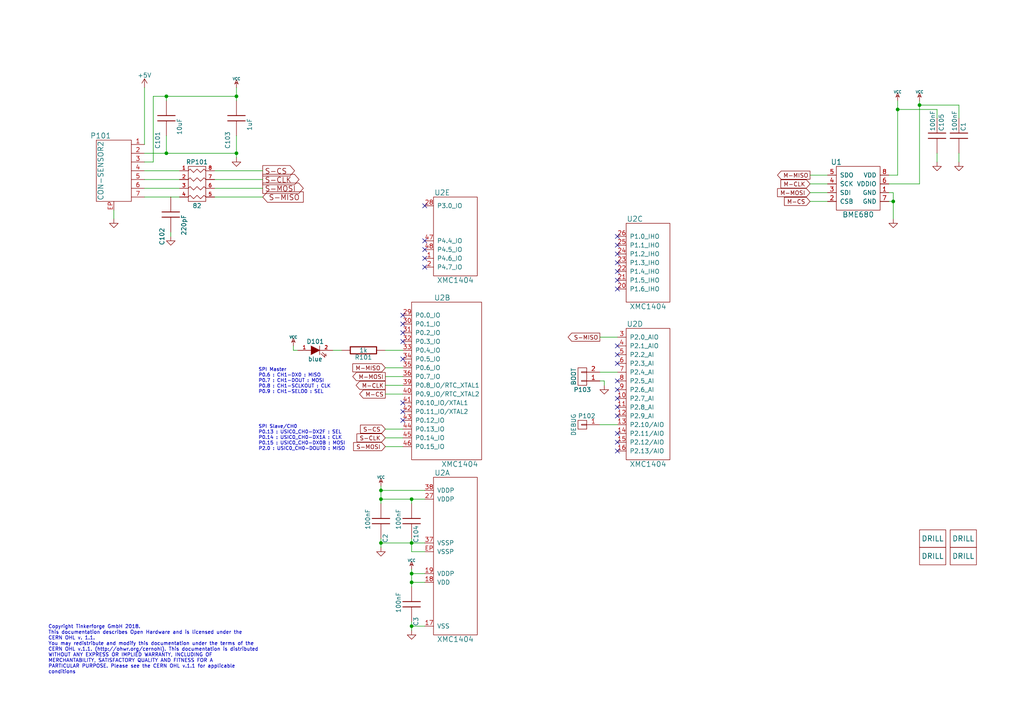
<source format=kicad_sch>
(kicad_sch (version 20230121) (generator eeschema)
  (paper "A4")
  (title_block (title "VOC Bricklet") (date "2018-01-08") (rev "1.0") (company "Tinkerforge GmbH") (comment 1 "Licensed under CERN OHL v.1.1") (comment 2 "Copyright (©) 2017, L.Lauer <lukas@tinkerforge.com>"))
  (lib_symbols
    (symbol "tinkerforge:+5V" (power) (pin_names (offset 0))
      (property "Value" "+5V" (at 0 3.556 0))
      (symbol "+5V_0_1"
        (polyline (pts (xy -0.762 1.27) (xy 0 2.54)))
        (polyline (pts (xy 0 0) (xy 0 2.54)))
        (polyline (pts (xy 0 2.54) (xy 0.762 1.27)))
      )
      (symbol "+5V_1_1"
        (pin power_in line (at 0 0 90) (length 0) hide (name "+5V") (number "1"))
      )
    )
    (symbol "tinkerforge:BME680" (pin_names (offset 1.016))
      (property "Reference" "U" (at -6.35 7.62 0))
      (property "Value" "BME680" (at 0 -7.62 0))
      (symbol "BME680_0_1"
        (rectangle (start -6.35 6.35) (end 6.35 -6.35))
      )
      (symbol "BME680_1_1"
        (pin passive line (at 8.89 -1.27 180) (length 2.54) (name "GND") (number "1"))
        (pin passive line (at -8.89 -3.81 0) (length 2.54) (name "CSB") (number "2"))
        (pin passive line (at -8.89 -1.27 0) (length 2.54) (name "SDI") (number "3"))
        (pin passive line (at -8.89 1.27 0) (length 2.54) (name "SCK") (number "4"))
        (pin passive line (at -8.89 3.81 0) (length 2.54) (name "SDO") (number "5"))
        (pin passive line (at 8.89 1.27 180) (length 2.54) (name "VDDIO") (number "6"))
        (pin passive line (at 8.89 -3.81 180) (length 2.54) (name "GND") (number "7"))
        (pin passive line (at 8.89 3.81 180) (length 2.54) (name "VDD") (number "8"))
      )
    )
    (symbol "tinkerforge:C" (pin_numbers hide) (pin_names (offset 0.254))
      (property "Reference" "C" (at 1.27 2.54 0))
      (property "Value" "C" (at 1.27 -2.54 0))
      (symbol "C_0_1"
        (polyline (pts (xy -2.54 -0.762) (xy 2.54 -0.762)) (stroke (width 0.254)))
        (polyline (pts (xy -2.54 0.762) (xy 2.54 0.762)) (stroke (width 0.254)))
      )
      (symbol "C_1_1"
        (pin passive line (at 0 5.08 270) (length 4.318) (name "~") (number "1"))
        (pin passive line (at 0 -5.08 90) (length 4.318) (name "~") (number "2"))
      )
    )
    (symbol "tinkerforge:CON-SENSOR2" (pin_names (offset 1.016))
      (property "Reference" "P" (at -3.81 10.16 0))
      (property "Value" "CON-SENSOR2" (at 3.81 0 90))
      (symbol "CON-SENSOR2_0_1"
        (rectangle (start -5.08 8.89) (end 5.08 -8.89))
      )
      (symbol "CON-SENSOR2_1_1"
        (pin passive line (at -8.89 7.62 0) (length 3.81) (name "~") (number "1"))
        (pin passive line (at -8.89 5.08 0) (length 3.81) (name "~") (number "2"))
        (pin passive line (at -8.89 2.54 0) (length 3.81) (name "~") (number "3"))
        (pin passive line (at -8.89 0 0) (length 3.81) (name "~") (number "4"))
        (pin passive line (at -8.89 -2.54 0) (length 3.81) (name "~") (number "5"))
        (pin passive line (at -8.89 -5.08 0) (length 3.81) (name "~") (number "6"))
        (pin passive line (at -8.89 -7.62 0) (length 3.81) (name "~") (number "7"))
        (pin passive line (at 0 -11.43 90) (length 2.54) (name "~") (number "EP"))
      )
    )
    (symbol "tinkerforge:CONN_01X01" (pin_names (offset 1.016) hide)
      (property "Reference" "P" (at 0 2.54 0))
      (property "Value" "CONN_01X01" (at 2.54 0 90))
      (symbol "CONN_01X01_0_1"
        (rectangle (start -1.27 0.127) (end 0.254 -0.127))
        (rectangle (start -1.27 1.27) (end 1.27 -1.27))
      )
      (symbol "CONN_01X01_1_1"
        (pin passive line (at -5.08 0 0) (length 3.81) (name "P1") (number "1"))
      )
    )
    (symbol "tinkerforge:CONN_01X02" (pin_names (offset 1.016) hide)
      (property "Reference" "P" (at 0 3.81 0))
      (property "Value" "CONN_01X02" (at 2.54 0 90))
      (symbol "CONN_01X02_0_1"
        (rectangle (start -1.27 -1.143) (end 0.254 -1.397))
        (rectangle (start -1.27 1.397) (end 0.254 1.143))
        (rectangle (start -1.27 2.54) (end 1.27 -2.54))
      )
      (symbol "CONN_01X02_1_1"
        (pin passive line (at -5.08 1.27 0) (length 3.81) (name "P1") (number "1"))
        (pin passive line (at -5.08 -1.27 0) (length 3.81) (name "P2") (number "2"))
      )
    )
    (symbol "tinkerforge:DRILL" (pin_numbers hide) (pin_names (offset 0) hide)
      (property "Value" "DRILL" (at 0 0 0))
      (symbol "DRILL_0_1"
        (rectangle (start -3.81 2.54) (end 3.81 -2.54))
      )
    )
    (symbol "tinkerforge:GND" (power) (pin_names (offset 0))
      (property "Value" "GND" (at 0 -5.08 0))
      (symbol "GND_0_1"
        (polyline (pts (xy 0 0) (xy 0 -1.27) (xy 1.27 -1.27) (xy 0 -2.54) (xy -1.27 -1.27) (xy 0 -1.27)))
      )
      (symbol "GND_1_1"
        (pin power_in line (at 0 0 270) (length 0) hide (name "GND") (number "1"))
      )
    )
    (symbol "tinkerforge:LED" (pin_names (offset 1.016) hide)
      (property "Reference" "D" (at 0 2.54 0))
      (property "Value" "LED" (at 0 -2.54 0))
      (symbol "LED_0_1"
        (polyline (pts (xy 1.27 1.27) (xy 1.27 -1.27)))
        (polyline (pts (xy -1.27 1.27) (xy 1.27 0) (xy -1.27 -1.27)) (fill (type outline)))
        (polyline (pts (xy 1.651 -1.016) (xy 2.794 -2.032) (xy 2.667 -1.397)))
        (polyline (pts (xy 2.032 -0.635) (xy 3.175 -1.651) (xy 3.048 -1.016)))
      )
      (symbol "LED_1_1"
        (pin passive line (at -5.08 0 0) (length 3.81) (name "A") (number "1"))
        (pin passive line (at 5.08 0 180) (length 3.81) (name "K") (number "2"))
      )
    )
    (symbol "tinkerforge:R" (pin_numbers hide) (pin_names (offset 0))
      (property "Reference" "R" (at 2.032 0 90))
      (property "Value" "R" (at 0 0 90))
      (symbol "R_0_1"
        (rectangle (start -1.016 3.81) (end 1.016 -3.81) (stroke (width 0.3048)))
      )
      (symbol "R_1_1"
        (pin passive line (at 0 6.35 270) (length 2.54) (name "~") (number "1"))
        (pin passive line (at 0 -6.35 90) (length 2.54) (name "~") (number "2"))
      )
    )
    (symbol "tinkerforge:R_PACK4" (pin_names hide)
      (property "Reference" "RP" (at 0 11.43 0))
      (property "Value" "R_PACK4" (at 0 -1.27 0))
      (symbol "R_PACK4_0_1"
        (polyline (pts (xy -2.54 10.16) (xy -2.54 0) (xy 2.54 0) (xy 2.54 10.16) (xy -2.54 10.16)))
        (polyline (pts (xy -2.54 1.27) (xy -2.032 1.778) (xy -1.016 0.762) (xy 0 1.778) (xy 1.016 0.762) (xy 2.032 1.778) (xy 2.54 1.27)))
        (polyline (pts (xy -2.54 3.81) (xy -2.032 4.318) (xy -1.016 3.302) (xy 0 4.318) (xy 1.016 3.302) (xy 2.032 4.318) (xy 2.54 3.81)))
        (polyline (pts (xy -2.54 6.35) (xy -2.032 6.858) (xy -1.016 5.842) (xy 0 6.858) (xy 1.016 5.842) (xy 2.032 6.858) (xy 2.54 6.35)))
        (polyline (pts (xy -2.54 8.89) (xy -2.032 9.398) (xy -1.016 8.382) (xy 0 9.398) (xy 1.016 8.382) (xy 2.032 9.398) (xy 2.54 8.89)))
      )
      (symbol "R_PACK4_1_1"
        (pin passive line (at -5.08 8.89 0) (length 2.54) (name "P1") (number "1"))
        (pin passive line (at -5.08 6.35 0) (length 2.54) (name "P2") (number "2"))
        (pin passive line (at -5.08 3.81 0) (length 2.54) (name "P3") (number "3"))
        (pin passive line (at -5.08 1.27 0) (length 2.54) (name "P4") (number "4"))
        (pin passive line (at 5.08 1.27 180) (length 2.54) (name "R4") (number "5"))
        (pin passive line (at 5.08 3.81 180) (length 2.54) (name "R3") (number "6"))
        (pin passive line (at 5.08 6.35 180) (length 2.54) (name "R2") (number "7"))
        (pin passive line (at 5.08 8.89 180) (length 2.54) (name "R1") (number "8"))
      )
    )
    (symbol "tinkerforge:VCC" (power) (pin_names (offset 0))
      (property "Value" "VCC" (at 0 3.175 0))
      (symbol "VCC_0_0"
        (pin power_in line (at 0 0 90) (length 0) hide (name "VCC") (number "1"))
      )
      (symbol "VCC_0_1"
        (polyline (pts (xy 0 1.524) (xy 0 0)))
        (polyline (pts (xy 0 1.524) (xy 0.508 1.016) (xy 0 2.286) (xy -0.508 1.016) (xy 0 1.524) (xy 0 1.524)))
      )
    )
    (symbol "tinkerforge:XMC1XXX48" (pin_names (offset 1.016))
      (property "Reference" "U" (at -3.81 24.13 0))
      (property "Value" "XMC1XXX48" (at 0 -25.4 0))
      (symbol "XMC1XXX48_1_1"
        (rectangle (start -6.35 22.86) (end 6.35 -22.86))
        (pin passive line (at -8.89 -20.32 0) (length 2.54) (name "VSS") (number "17"))
        (pin passive line (at -8.89 -7.62 0) (length 2.54) (name "VDD") (number "18"))
        (pin passive line (at -8.89 -5.08 0) (length 2.54) (name "VDDP") (number "19"))
        (pin passive line (at -8.89 16.51 0) (length 2.54) (name "VDDP") (number "27"))
        (pin passive line (at -8.89 3.81 0) (length 2.54) (name "VSSP") (number "37"))
        (pin passive line (at -8.89 19.05 0) (length 2.54) (name "VDDP") (number "38"))
        (pin passive line (at -8.89 1.27 0) (length 2.54) (name "VSSP") (number "EP"))
      )
      (symbol "XMC1XXX48_2_1"
        (rectangle (start -6.35 22.86) (end 13.97 -22.86))
        (pin passive line (at -8.89 19.05 0) (length 2.54) (name "P0.0_IO") (number "29"))
        (pin passive line (at -8.89 16.51 0) (length 2.54) (name "P0.1_IO") (number "30"))
        (pin passive line (at -8.89 13.97 0) (length 2.54) (name "P0.2_IO") (number "31"))
        (pin passive line (at -8.89 11.43 0) (length 2.54) (name "P0.3_IO") (number "32"))
        (pin passive line (at -8.89 8.89 0) (length 2.54) (name "P0.4_IO") (number "33"))
        (pin passive line (at -8.89 6.35 0) (length 2.54) (name "P0.5_IO") (number "34"))
        (pin passive line (at -8.89 3.81 0) (length 2.54) (name "P0.6_IO") (number "35"))
        (pin passive line (at -8.89 1.27 0) (length 2.54) (name "P0.7_IO") (number "36"))
        (pin passive line (at -8.89 -1.27 0) (length 2.54) (name "P0.8_IO/RTC_XTAL1") (number "39"))
        (pin passive line (at -8.89 -3.81 0) (length 2.54) (name "P0.9_IO/RTC_XTAL2") (number "40"))
        (pin passive line (at -8.89 -6.35 0) (length 2.54) (name "P0.10_IO/XTAL1") (number "41"))
        (pin passive line (at -8.89 -8.89 0) (length 2.54) (name "P0.11_IO/XTAL2") (number "42"))
        (pin passive line (at -8.89 -11.43 0) (length 2.54) (name "P0.12_IO") (number "43"))
        (pin passive line (at -8.89 -13.97 0) (length 2.54) (name "P0.13_IO") (number "44"))
        (pin passive line (at -8.89 -16.51 0) (length 2.54) (name "P0.14_IO") (number "45"))
        (pin passive line (at -8.89 -19.05 0) (length 2.54) (name "P0.15_IO") (number "46"))
      )
      (symbol "XMC1XXX48_3_1"
        (rectangle (start -6.35 11.43) (end 6.35 -11.43))
        (pin passive line (at -8.89 -7.62 0) (length 2.54) (name "P1.6_IHO") (number "20"))
        (pin passive line (at -8.89 -5.08 0) (length 2.54) (name "P1.5_IHO") (number "21"))
        (pin passive line (at -8.89 -2.54 0) (length 2.54) (name "P1.4_IHO") (number "22"))
        (pin passive line (at -8.89 0 0) (length 2.54) (name "P1.3_IHO") (number "23"))
        (pin passive line (at -8.89 2.54 0) (length 2.54) (name "P1.2_IHO") (number "24"))
        (pin passive line (at -8.89 5.08 0) (length 2.54) (name "P1.1_IHO") (number "25"))
        (pin passive line (at -8.89 7.62 0) (length 2.54) (name "P1.0_IHO") (number "26"))
      )
      (symbol "XMC1XXX48_4_1"
        (rectangle (start -6.35 15.24) (end 6.35 -22.86))
        (pin passive line (at -8.89 -5.08 0) (length 2.54) (name "P2.7_AI") (number "10"))
        (pin passive line (at -8.89 -7.62 0) (length 2.54) (name "P2.8_AI") (number "11"))
        (pin passive line (at -8.89 -10.16 0) (length 2.54) (name "P2.9_AI") (number "12"))
        (pin passive line (at -8.89 -12.7 0) (length 2.54) (name "P2.10/AIO") (number "13"))
        (pin passive line (at -8.89 -15.24 0) (length 2.54) (name "P2.11/AIO") (number "14"))
        (pin passive line (at -8.89 -17.78 0) (length 2.54) (name "P2.12/AIO") (number "15"))
        (pin passive line (at -8.89 -20.32 0) (length 2.54) (name "P2.13/AIO") (number "16"))
        (pin passive line (at -8.89 12.7 0) (length 2.54) (name "P2.0_AIO") (number "3"))
        (pin passive line (at -8.89 10.16 0) (length 2.54) (name "P2.1_AIO") (number "4"))
        (pin passive line (at -8.89 7.62 0) (length 2.54) (name "P2.2_AI") (number "5"))
        (pin passive line (at -8.89 5.08 0) (length 2.54) (name "P2.3_AI") (number "6"))
        (pin passive line (at -8.89 2.54 0) (length 2.54) (name "P2.4_AI") (number "7"))
        (pin passive line (at -8.89 0 0) (length 2.54) (name "P2.5_AI") (number "8"))
        (pin passive line (at -8.89 -2.54 0) (length 2.54) (name "P2.6_AI") (number "9"))
      )
      (symbol "XMC1XXX48_5_1"
        (rectangle (start -6.35 10.16) (end 6.35 -12.7))
        (pin passive line (at -8.89 -7.62 0) (length 2.54) (name "P4.6_IO") (number "1"))
        (pin passive line (at -8.89 -10.16 0) (length 2.54) (name "P4.7_IO") (number "2"))
        (pin passive line (at -8.89 7.62 0) (length 2.54) (name "P3.0_IO") (number "28"))
        (pin passive line (at -8.89 -2.54 0) (length 2.54) (name "P4.4_IO") (number "47"))
        (pin passive line (at -8.89 -5.08 0) (length 2.54) (name "P4.5_IO") (number "48"))
      )
    )
  )
  (junction (at 266.7 30.48))
  (junction (at 119.38 181.61))
  (junction (at 68.58 44.45))
  (junction (at 68.58 27.94))
  (junction (at 119.38 144.78))
  (junction (at 119.38 166.37))
  (junction (at 119.38 157.48))
  (junction (at 260.35 31.75))
  (junction (at 48.26 44.45))
  (junction (at 110.49 157.48))
  (junction (at 119.38 168.91))
  (junction (at 110.49 144.78))
  (junction (at 110.49 142.24))
  (junction (at 259.08 58.42))
  (junction (at 48.26 27.94))
  (no_connect (at 179.07 76.2))
  (no_connect (at 116.84 116.84))
  (no_connect (at 179.07 110.49))
  (no_connect (at 179.07 73.66))
  (no_connect (at 116.84 96.52))
  (no_connect (at 116.84 119.38))
  (no_connect (at 123.19 72.39))
  (no_connect (at 123.19 69.85))
  (no_connect (at 179.07 81.28))
  (no_connect (at 179.07 78.74))
  (no_connect (at 179.07 100.33))
  (no_connect (at 179.07 105.41))
  (no_connect (at 179.07 102.87))
  (no_connect (at 116.84 121.92))
  (no_connect (at 116.84 91.44))
  (no_connect (at 179.07 71.12))
  (no_connect (at 179.07 118.11))
  (no_connect (at 179.07 125.73))
  (no_connect (at 179.07 115.57))
  (no_connect (at 123.19 77.47))
  (no_connect (at 179.07 68.58))
  (no_connect (at 116.84 104.14))
  (no_connect (at 179.07 113.03))
  (no_connect (at 179.07 130.81))
  (no_connect (at 179.07 120.65))
  (no_connect (at 179.07 128.27))
  (no_connect (at 123.19 74.93))
  (no_connect (at 116.84 99.06))
  (no_connect (at 179.07 83.82))
  (no_connect (at 123.19 59.69))
  (no_connect (at 116.84 93.98))
  (wire (pts (xy 111.76 114.3) (xy 116.84 114.3)))
  (wire (pts (xy 179.07 97.79) (xy 173.99 97.79)))
  (wire (pts (xy 257.81 50.8) (xy 260.35 50.8)))
  (wire (pts (xy 123.19 144.78) (xy 119.38 144.78)))
  (wire (pts (xy 110.49 156.21) (xy 110.49 157.48)))
  (wire (pts (xy 240.03 55.88) (xy 234.95 55.88)))
  (wire (pts (xy 119.38 157.48) (xy 119.38 160.02)))
  (wire (pts (xy 86.36 101.6) (xy 85.09 101.6)))
  (wire (pts (xy 119.38 181.61) (xy 119.38 182.88)))
  (wire (pts (xy 260.35 31.75) (xy 260.35 29.21)))
  (wire (pts (xy 119.38 180.34) (xy 119.38 181.61)))
  (wire (pts (xy 110.49 157.48) (xy 110.49 158.75)))
  (wire (pts (xy 257.81 53.34) (xy 266.7 53.34)))
  (wire (pts (xy 41.91 46.99) (xy 44.45 46.99)))
  (wire (pts (xy 119.38 144.78) (xy 110.49 144.78)))
  (wire (pts (xy 48.26 27.94) (xy 68.58 27.94)))
  (wire (pts (xy 44.45 27.94) (xy 48.26 27.94)))
  (wire (pts (xy 123.19 166.37) (xy 119.38 166.37)))
  (wire (pts (xy 234.95 53.34) (xy 240.03 53.34)))
  (wire (pts (xy 41.91 52.07) (xy 52.07 52.07)))
  (wire (pts (xy 266.7 53.34) (xy 266.7 30.48)))
  (wire (pts (xy 119.38 181.61) (xy 123.19 181.61)))
  (wire (pts (xy 85.09 101.6) (xy 85.09 100.33)))
  (wire (pts (xy 41.91 54.61) (xy 52.07 54.61)))
  (wire (pts (xy 41.91 49.53) (xy 52.07 49.53)))
  (wire (pts (xy 111.76 109.22) (xy 116.84 109.22)))
  (wire (pts (xy 68.58 25.4) (xy 68.58 27.94)))
  (wire (pts (xy 48.26 27.94) (xy 48.26 29.21)))
  (wire (pts (xy 110.49 142.24) (xy 110.49 144.78)))
  (wire (pts (xy 76.2 57.15) (xy 62.23 57.15)))
  (wire (pts (xy 119.38 156.21) (xy 119.38 157.48)))
  (wire (pts (xy 44.45 46.99) (xy 44.45 27.94)))
  (wire (pts (xy 257.81 55.88) (xy 259.08 55.88)))
  (wire (pts (xy 62.23 49.53) (xy 76.2 49.53)))
  (wire (pts (xy 116.84 101.6) (xy 111.76 101.6)))
  (wire (pts (xy 119.38 168.91) (xy 119.38 170.18)))
  (wire (pts (xy 278.13 44.45) (xy 278.13 46.99)))
  (wire (pts (xy 41.91 57.15) (xy 52.07 57.15)))
  (wire (pts (xy 257.81 58.42) (xy 259.08 58.42)))
  (wire (pts (xy 110.49 144.78) (xy 110.49 146.05)))
  (wire (pts (xy 119.38 165.1) (xy 119.38 166.37)))
  (wire (pts (xy 266.7 30.48) (xy 266.7 29.21)))
  (wire (pts (xy 49.53 67.31) (xy 49.53 68.58)))
  (wire (pts (xy 260.35 50.8) (xy 260.35 31.75)))
  (wire (pts (xy 173.99 110.49) (xy 175.26 110.49)))
  (wire (pts (xy 111.76 129.54) (xy 116.84 129.54)))
  (wire (pts (xy 48.26 39.37) (xy 48.26 44.45)))
  (wire (pts (xy 68.58 39.37) (xy 68.58 44.45)))
  (wire (pts (xy 111.76 106.68) (xy 116.84 106.68)))
  (wire (pts (xy 111.76 127) (xy 116.84 127)))
  (wire (pts (xy 119.38 157.48) (xy 123.19 157.48)))
  (wire (pts (xy 173.99 107.95) (xy 179.07 107.95)))
  (wire (pts (xy 240.03 58.42) (xy 234.95 58.42)))
  (wire (pts (xy 110.49 140.97) (xy 110.49 142.24)))
  (wire (pts (xy 76.2 52.07) (xy 62.23 52.07)))
  (wire (pts (xy 240.03 50.8) (xy 234.95 50.8)))
  (wire (pts (xy 68.58 27.94) (xy 68.58 29.21)))
  (wire (pts (xy 41.91 41.91) (xy 41.91 25.4)))
  (wire (pts (xy 62.23 54.61) (xy 76.2 54.61)))
  (wire (pts (xy 119.38 166.37) (xy 119.38 168.91)))
  (wire (pts (xy 259.08 55.88) (xy 259.08 58.42)))
  (wire (pts (xy 266.7 30.48) (xy 278.13 30.48)))
  (wire (pts (xy 271.78 44.45) (xy 271.78 46.99)))
  (wire (pts (xy 259.08 58.42) (xy 259.08 63.5)))
  (wire (pts (xy 33.02 63.5) (xy 33.02 60.96)))
  (wire (pts (xy 110.49 157.48) (xy 119.38 157.48)))
  (wire (pts (xy 119.38 160.02) (xy 123.19 160.02)))
  (wire (pts (xy 119.38 146.05) (xy 119.38 144.78)))
  (wire (pts (xy 111.76 111.76) (xy 116.84 111.76)))
  (wire (pts (xy 271.78 31.75) (xy 260.35 31.75)))
  (wire (pts (xy 41.91 44.45) (xy 48.26 44.45)))
  (wire (pts (xy 175.26 110.49) (xy 175.26 111.76)))
  (wire (pts (xy 123.19 142.24) (xy 110.49 142.24)))
  (wire (pts (xy 111.76 124.46) (xy 116.84 124.46)))
  (wire (pts (xy 99.06 101.6) (xy 96.52 101.6)))
  (wire (pts (xy 278.13 30.48) (xy 278.13 34.29)))
  (wire (pts (xy 123.19 168.91) (xy 119.38 168.91)))
  (wire (pts (xy 48.26 44.45) (xy 68.58 44.45)))
  (wire (pts (xy 179.07 123.19) (xy 173.99 123.19)))
  (wire (pts (xy 271.78 34.29) (xy 271.78 31.75)))
  (wire (pts (xy 68.58 44.45) (xy 68.58 45.72)))
  (text "Copyright Tinkerforge GmbH 2018.\nThis documentation describes Open Hardware and is licensed under the\nCERN OHL v. 1.1.\nYou may redistribute and modify this documentation under the terms of the\nCERN OHL v.1.1. (http://ohwr.org/cernohl). This documentation is distributed\nWITHOUT ANY EXPRESS OR IMPLIED WARRANTY, INCLUDING OF\nMERCHANTABILITY, SATISFACTORY QUALITY AND FITNESS FOR A\nPARTICULAR PURPOSE. Please see the CERN OHL v.1.1 for applicable\nconditions\n" (at 13.97 195.58 0) (effects (font (size 1.016 1.016)) (justify left bottom)))
  (text "SPI Master\nP0.6 : CH1-DX0 : MISO\nP0.7 : CH1-DOUT : MOSI\nP0.8 : CH1-SCLKOUT : CLK\nP0.9 : CH1-SELO0 : SEL\n" (at 74.93 114.3 0) (effects (font (size 0.9906 0.9906)) (justify left bottom)))
  (text "SPI Slave/CH0\nP0.13 : USIC0_CH0-DX2F : SEL\nP0.14 : USIC0_CH0-DX1A : CLK\nP0.15 : USIC0_CH0-DX0B : MOSI\nP2.0 : USIC0_CH0-DOUT0 : MISO" (at 74.93 130.81 0) (effects (font (size 0.9906 0.9906)) (justify left bottom)))
  (global_label "S-MISO" (shape output) (at 173.99 97.79 180) (effects (font (size 1.1938 1.1938))) (property "Intersheetrefs" "${INTERSHEET_REFS}" (effects hide)))
  (global_label "M-CS" (shape input) (at 234.95 58.42 180) (effects (font (size 1.1938 1.1938))) (property "Intersheetrefs" "${INTERSHEET_REFS}" (effects hide)))
  (global_label "S-CS" (shape input) (at 111.76 124.46 180) (effects (font (size 1.1938 1.1938))) (property "Intersheetrefs" "${INTERSHEET_REFS}" (effects hide)))
  (global_label "M-MISO" (shape output) (at 234.95 50.8 180) (effects (font (size 1.1938 1.1938))) (property "Intersheetrefs" "${INTERSHEET_REFS}" (effects hide)))
  (global_label "M-MOSI" (shape output) (at 111.76 109.22 180) (effects (font (size 1.1938 1.1938))) (property "Intersheetrefs" "${INTERSHEET_REFS}" (effects hide)))
  (global_label "S-CLK" (shape output) (at 76.2 52.07 0) (effects (font (size 1.524 1.524))) (property "Intersheetrefs" "${INTERSHEET_REFS}" (effects hide)))
  (global_label "M-MOSI" (shape input) (at 234.95 55.88 180) (effects (font (size 1.1938 1.1938))) (property "Intersheetrefs" "${INTERSHEET_REFS}" (effects hide)))
  (global_label "S-MOSI" (shape output) (at 76.2 54.61 0) (effects (font (size 1.524 1.524))) (property "Intersheetrefs" "${INTERSHEET_REFS}" (effects hide)))
  (global_label "S-MOSI" (shape input) (at 111.76 129.54 180) (effects (font (size 1.1938 1.1938))) (property "Intersheetrefs" "${INTERSHEET_REFS}" (effects hide)))
  (global_label "M-CLK" (shape input) (at 234.95 53.34 180) (effects (font (size 1.1938 1.1938))) (property "Intersheetrefs" "${INTERSHEET_REFS}" (effects hide)))
  (global_label "M-CLK" (shape output) (at 111.76 111.76 180) (effects (font (size 1.1938 1.1938))) (property "Intersheetrefs" "${INTERSHEET_REFS}" (effects hide)))
  (global_label "S-MISO" (shape input) (at 76.2 57.15 0) (effects (font (size 1.524 1.524))) (property "Intersheetrefs" "${INTERSHEET_REFS}" (effects hide)))
  (global_label "S-CLK" (shape input) (at 111.76 127 180) (effects (font (size 1.1938 1.1938))) (property "Intersheetrefs" "${INTERSHEET_REFS}" (effects hide)))
  (global_label "M-CS" (shape output) (at 111.76 114.3 180) (effects (font (size 1.1938 1.1938))) (property "Intersheetrefs" "${INTERSHEET_REFS}" (effects hide)))
  (global_label "M-MISO" (shape input) (at 111.76 106.68 180) (effects (font (size 1.1938 1.1938))) (property "Intersheetrefs" "${INTERSHEET_REFS}" (effects hide)))
  (global_label "S-CS" (shape output) (at 76.2 49.53 0) (effects (font (size 1.524 1.524))) (property "Intersheetrefs" "${INTERSHEET_REFS}" (effects hide)))
  (symbol (lib_id "tinkerforge:CON-SENSOR2") (at 33.02 49.53 0) (mirror y) (unit 1)
    (property "Reference" "P101" (at 29.21 39.37 0) (effects (font (size 1.524 1.524))))
    (property "Value" "CON-SENSOR2" (at 29.21 49.53 90) (effects (font (size 1.524 1.524))))
    (property "Footprint" "kicad-libraries:CON-SENSOR2" (effects hide))
  )
  (symbol (lib_id "tinkerforge:GND") (at 33.02 63.5 0) (unit 1)
    (property "Reference" "#PWR02" (effects hide))
    (property "Value" "GND" (effects hide))
  )
  (symbol (lib_id "tinkerforge:VCC") (at 68.58 25.4 0) (unit 1)
    (property "Reference" "#PWR01" (effects hide))
    (property "Value" "VCC" (at 68.58 22.86 0) (effects (font (size 0.762 0.762))))
  )
  (symbol (lib_id "tinkerforge:DRILL") (at 279.4 156.21 0) (unit 1)
    (property "Reference" "U105" (effects hide))
    (property "Value" "DRILL" (at 279.4 156.21 0) (effects (font (size 1.524 1.524))))
    (property "Footprint" "kicad-libraries:DRILL_NP" (effects hide))
  )
  (symbol (lib_id "tinkerforge:DRILL") (at 279.4 161.29 0) (unit 1)
    (property "Reference" "U106" (effects hide))
    (property "Value" "DRILL" (at 279.4 161.29 0) (effects (font (size 1.524 1.524))))
    (property "Footprint" "kicad-libraries:DRILL_NP" (effects hide))
  )
  (symbol (lib_id "tinkerforge:DRILL") (at 270.51 161.29 0) (unit 1)
    (property "Reference" "U104" (effects hide))
    (property "Value" "DRILL" (at 270.51 161.29 0) (effects (font (size 1.524 1.524))))
    (property "Footprint" "kicad-libraries:DRILL_NP" (effects hide))
  )
  (symbol (lib_id "tinkerforge:DRILL") (at 270.51 156.21 0) (unit 1)
    (property "Reference" "U103" (effects hide))
    (property "Value" "DRILL" (at 270.51 156.21 0) (effects (font (size 1.524 1.524))))
    (property "Footprint" "kicad-libraries:DRILL_NP" (effects hide))
  )
  (symbol (lib_id "tinkerforge:C") (at 48.26 34.29 180) (unit 1)
    (property "Reference" "C101" (at 45.72 38.1 90) (effects (justify left)))
    (property "Value" "10uF" (at 52.07 34.29 90) (effects (justify left)))
    (property "Footprint" "kicad-libraries:C0805" (effects hide))
  )
  (symbol (lib_id "tinkerforge:C") (at 68.58 34.29 180) (unit 1)
    (property "Reference" "C103" (at 66.04 38.1 90) (effects (justify left)))
    (property "Value" "1uF" (at 72.39 34.29 90) (effects (justify left)))
    (property "Footprint" "kicad-libraries:C0603F" (effects hide))
  )
  (symbol (lib_id "tinkerforge:GND") (at 68.58 45.72 0) (unit 1)
    (property "Reference" "#PWR03" (effects hide))
    (property "Value" "GND" (effects hide))
  )
  (symbol (lib_id "tinkerforge:C") (at 119.38 151.13 0) (unit 1)
    (property "Reference" "C104" (at 120.65 157.48 90) (effects (justify left)))
    (property "Value" "100nF" (at 115.57 153.67 90) (effects (justify left)))
    (property "Footprint" "kicad-libraries:C0603F" (effects hide))
  )
  (symbol (lib_id "tinkerforge:VCC") (at 119.38 165.1 0) (unit 1)
    (property "Reference" "#PWR04" (effects hide))
    (property "Value" "VCC" (at 119.38 162.56 0) (effects (font (size 0.762 0.762))))
  )
  (symbol (lib_id "tinkerforge:GND") (at 119.38 182.88 0) (unit 1)
    (property "Reference" "#PWR05" (effects hide))
    (property "Value" "GND" (effects hide))
  )
  (symbol (lib_id "tinkerforge:LED") (at 91.44 101.6 0) (unit 1)
    (property "Reference" "D101" (at 91.44 99.06 0))
    (property "Value" "blue" (at 91.44 104.14 0))
    (property "Footprint" "kicad-libraries:D0603E" (effects hide))
  )
  (symbol (lib_id "tinkerforge:CONN_01X02") (at 168.91 109.22 180) (unit 1)
    (property "Reference" "P103" (at 168.91 113.03 0))
    (property "Value" "BOOT" (at 166.37 109.22 90))
    (property "Footprint" "kicad-libraries:SolderJumper" (effects hide))
  )
  (symbol (lib_id "tinkerforge:VCC") (at 85.09 100.33 0) (unit 1)
    (property "Reference" "#PWR06" (effects hide))
    (property "Value" "VCC" (at 85.09 97.79 0) (effects (font (size 0.762 0.762))))
  )
  (symbol (lib_id "tinkerforge:GND") (at 175.26 111.76 0) (unit 1)
    (property "Reference" "#PWR07" (effects hide))
    (property "Value" "GND" (effects hide))
  )
  (symbol (lib_id "tinkerforge:R") (at 105.41 101.6 270) (unit 1)
    (property "Reference" "R101" (at 105.41 103.632 90))
    (property "Value" "1k" (at 105.41 101.6 90))
    (property "Footprint" "kicad-libraries:R0603F" (effects hide))
  )
  (symbol (lib_id "tinkerforge:GND") (at 49.53 68.58 0) (unit 1)
    (property "Reference" "#PWR08" (effects hide))
    (property "Value" "GND" (effects hide))
  )
  (symbol (lib_id "tinkerforge:+5V") (at 41.91 25.4 0) (unit 1)
    (property "Reference" "#PWR09" (effects hide))
    (property "Value" "+5V" (at 41.91 21.844 0))
  )
  (symbol (lib_id "tinkerforge:VCC") (at 260.35 29.21 0) (unit 1)
    (property "Reference" "#PWR010" (effects hide))
    (property "Value" "VCC" (at 260.35 26.67 0) (effects (font (size 0.762 0.762))))
  )
  (symbol (lib_id "tinkerforge:C") (at 271.78 39.37 0) (unit 1)
    (property "Reference" "C105" (at 273.05 38.1 90) (effects (justify left)))
    (property "Value" "100nF" (at 270.51 38.1 90) (effects (justify left)))
    (property "Footprint" "kicad-libraries:C0603F" (effects hide))
  )
  (symbol (lib_id "tinkerforge:GND") (at 259.08 63.5 0) (unit 1)
    (property "Reference" "#PWR011" (effects hide))
    (property "Value" "GND" (effects hide))
  )
  (symbol (lib_id "tinkerforge:R_PACK4") (at 57.15 58.42 0) (unit 1)
    (property "Reference" "RP101" (at 57.15 46.99 0))
    (property "Value" "82" (at 57.15 59.69 0))
    (property "Footprint" "kicad-libraries:4X0402" (effects hide))
  )
  (symbol (lib_id "tinkerforge:C") (at 49.53 62.23 180) (unit 1)
    (property "Reference" "C102" (at 46.99 66.04 90) (effects (justify left)))
    (property "Value" "220pF" (at 53.34 62.23 90) (effects (justify left)))
    (property "Footprint" "kicad-libraries:C0402F" (effects hide))
  )
  (symbol (lib_id "tinkerforge:CONN_01X01") (at 168.91 123.19 180) (unit 1)
    (property "Reference" "P102" (at 170.18 120.65 0))
    (property "Value" "DEBUG" (at 166.37 123.19 90))
    (property "Footprint" "kicad-libraries:DEBUG_PAD" (effects hide))
  )
  (symbol (lib_id "tinkerforge:BME680") (at 248.92 54.61 0) (unit 1)
    (property "Reference" "U1" (at 242.57 46.99 0) (effects (font (size 1.524 1.524))))
    (property "Value" "BME680" (at 248.92 62.23 0) (effects (font (size 1.524 1.524))))
    (property "Footprint" "kicad-libraries:BME680" (effects hide))
  )
  (symbol (lib_id "tinkerforge:C") (at 278.13 39.37 0) (unit 1)
    (property "Reference" "C1" (at 279.4 38.1 90) (effects (justify left)))
    (property "Value" "100nF" (at 276.86 38.1 90) (effects (justify left)))
    (property "Footprint" "kicad-libraries:C0603F" (effects hide))
  )
  (symbol (lib_id "tinkerforge:VCC") (at 266.7 29.21 0) (unit 1)
    (property "Reference" "#PWR012" (effects hide))
    (property "Value" "VCC" (at 266.7 26.67 0) (effects (font (size 0.762 0.762))))
  )
  (symbol (lib_id "tinkerforge:XMC1XXX48") (at 132.08 161.29 0) (unit 1)
    (property "Reference" "U2" (at 128.27 137.16 0) (effects (font (size 1.524 1.524))))
    (property "Value" "XMC1404" (at 132.08 185.42 0) (effects (font (size 1.524 1.524))))
    (property "Footprint" "kicad-libraries:QFN48-EP2" (effects hide))
  )
  (symbol (lib_id "tinkerforge:XMC1XXX48") (at 125.73 110.49 0) (unit 2)
    (property "Reference" "U2" (at 128.27 86.36 0) (effects (font (size 1.524 1.524))))
    (property "Value" "XMC1404" (at 133.35 134.62 0) (effects (font (size 1.524 1.524))))
    (property "Footprint" "kicad-libraries:QFN48-EP2" (effects hide))
  )
  (symbol (lib_id "tinkerforge:XMC1XXX48") (at 187.96 76.2 0) (unit 3)
    (property "Reference" "U2" (at 184.15 63.5 0) (effects (font (size 1.524 1.524))))
    (property "Value" "XMC1404" (at 187.96 88.9 0) (effects (font (size 1.524 1.524))))
    (property "Footprint" "kicad-libraries:QFN48-EP2" (effects hide))
  )
  (symbol (lib_id "tinkerforge:XMC1XXX48") (at 187.96 110.49 0) (unit 4)
    (property "Reference" "U2" (at 184.15 93.98 0) (effects (font (size 1.524 1.524))))
    (property "Value" "XMC1404" (at 187.96 134.62 0) (effects (font (size 1.524 1.524))))
    (property "Footprint" "kicad-libraries:QFN48-EP2" (effects hide))
  )
  (symbol (lib_id "tinkerforge:XMC1XXX48") (at 132.08 67.31 0) (unit 5)
    (property "Reference" "U2" (at 128.27 55.88 0) (effects (font (size 1.524 1.524))))
    (property "Value" "XMC1404" (at 132.08 81.28 0) (effects (font (size 1.524 1.524))))
    (property "Footprint" "kicad-libraries:QFN48-EP2" (effects hide))
  )
  (symbol (lib_id "tinkerforge:C") (at 110.49 151.13 0) (unit 1)
    (property "Reference" "C2" (at 111.76 157.48 90) (effects (justify left)))
    (property "Value" "100nF" (at 106.68 153.67 90) (effects (justify left)))
    (property "Footprint" "kicad-libraries:C0603F" (effects hide))
  )
  (symbol (lib_id "tinkerforge:C") (at 119.38 175.26 0) (unit 1)
    (property "Reference" "C3" (at 120.65 181.61 90) (effects (justify left)))
    (property "Value" "100nF" (at 115.57 177.8 90) (effects (justify left)))
    (property "Footprint" "kicad-libraries:C0603F" (effects hide))
  )
  (symbol (lib_id "tinkerforge:GND") (at 110.49 158.75 0) (unit 1)
    (property "Reference" "#PWR013" (effects hide))
    (property "Value" "GND" (effects hide))
  )
  (symbol (lib_id "tinkerforge:VCC") (at 110.49 140.97 0) (unit 1)
    (property "Reference" "#PWR014" (effects hide))
    (property "Value" "VCC" (at 110.49 138.43 0) (effects (font (size 0.762 0.762))))
  )
  (symbol (lib_id "tinkerforge:GND") (at 271.78 46.99 0) (unit 1)
    (property "Reference" "#PWR015" (effects hide))
    (property "Value" "GND" (effects hide))
  )
  (symbol (lib_id "tinkerforge:GND") (at 278.13 46.99 0) (unit 1)
    (property "Reference" "#PWR016" (effects hide))
    (property "Value" "GND" (effects hide))
  )
)
</source>
